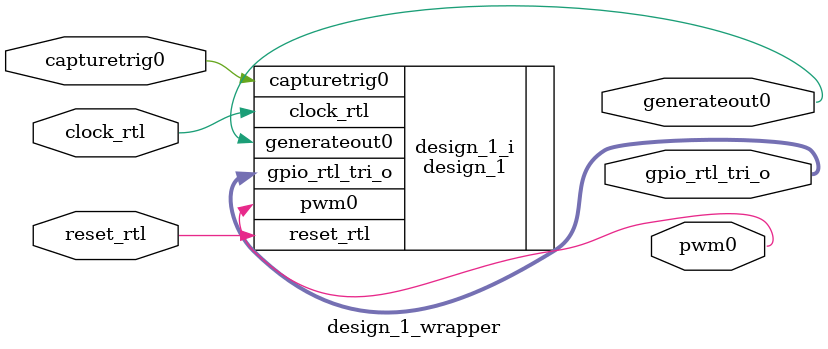
<source format=v>
`timescale 1 ps / 1 ps

module design_1_wrapper
   (capturetrig0,
    clock_rtl,
    generateout0,
    gpio_rtl_tri_o,
    pwm0,
    reset_rtl);
  input capturetrig0;
  input clock_rtl;
  output generateout0;
  output [15:0]gpio_rtl_tri_o;
  output pwm0;
  input reset_rtl;

  wire capturetrig0;
  wire clock_rtl;
  wire generateout0;
  wire [15:0]gpio_rtl_tri_o;
  wire pwm0;
  wire reset_rtl;

  design_1 design_1_i
       (.capturetrig0(capturetrig0),
        .clock_rtl(clock_rtl),
        .generateout0(generateout0),
        .gpio_rtl_tri_o(gpio_rtl_tri_o),
        .pwm0(pwm0),
        .reset_rtl(reset_rtl));
endmodule

</source>
